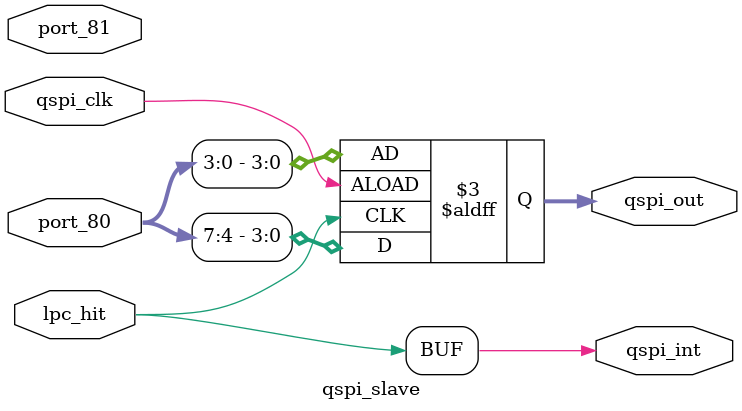
<source format=v>

module qspi_slave(
//clock inputs
qspi_clk,

//inputs
port_80,
port_81,
lpc_hit,

//outputs
qspi_int,
qspi_out

);

	input qspi_clk;
	input [7:0] port_80;
	input [7:0] port_81;
	input lpc_hit;

	output qspi_int;
	output [3:0] qspi_out;
	
	reg [3:0] qspi_out;
	reg qspi_int;
	
	always
	begin
		qspi_int <= lpc_hit;
	end

	always @ (posedge lpc_hit or posedge qspi_clk)
	begin
		if (qspi_clk)
		begin
			qspi_out <= port_80 [3:0];
		end
		else
		begin
			qspi_out <= port_80 [7:4];
		end
	end          

endmodule
</source>
